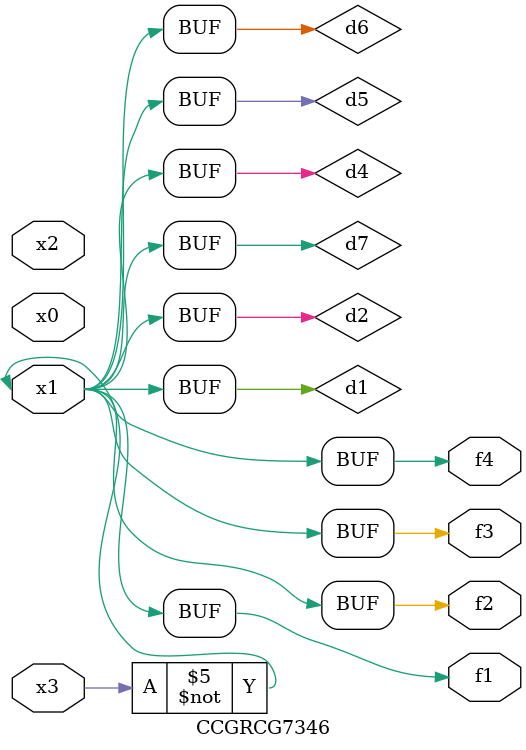
<source format=v>
module CCGRCG7346(
	input x0, x1, x2, x3,
	output f1, f2, f3, f4
);

	wire d1, d2, d3, d4, d5, d6, d7;

	not (d1, x3);
	buf (d2, x1);
	xnor (d3, d1, d2);
	nor (d4, d1);
	buf (d5, d1, d2);
	buf (d6, d4, d5);
	nand (d7, d4);
	assign f1 = d6;
	assign f2 = d7;
	assign f3 = d6;
	assign f4 = d6;
endmodule

</source>
